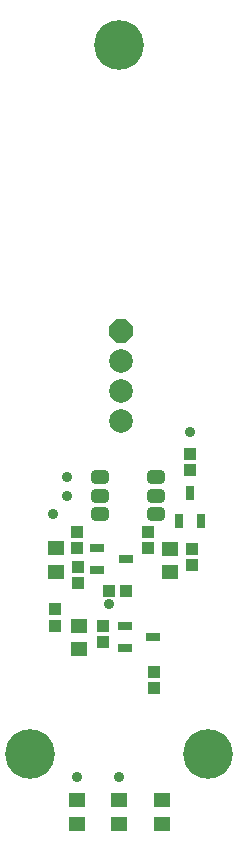
<source format=gts>
G04 Layer_Color=8388736*
%FSLAX44Y44*%
%MOMM*%
G71*
G01*
G75*
G04:AMPARAMS|DCode=24|XSize=1.5032mm|YSize=1.2032mm|CornerRadius=0.3516mm|HoleSize=0mm|Usage=FLASHONLY|Rotation=0.000|XOffset=0mm|YOffset=0mm|HoleType=Round|Shape=RoundedRectangle|*
%AMROUNDEDRECTD24*
21,1,1.5032,0.5000,0,0,0.0*
21,1,0.8000,1.2032,0,0,0.0*
1,1,0.7032,0.4000,-0.2500*
1,1,0.7032,-0.4000,-0.2500*
1,1,0.7032,-0.4000,0.2500*
1,1,0.7032,0.4000,0.2500*
%
%ADD24ROUNDEDRECTD24*%
%ADD25R,1.4532X1.2032*%
%ADD26R,1.0532X1.0532*%
%ADD27R,1.0532X1.0532*%
%ADD28R,1.3032X0.8032*%
%ADD29R,0.8032X1.3032*%
%ADD30P,2.1683X8X292.5*%
%ADD31C,2.0032*%
%ADD32C,4.2032*%
%ADD33C,0.9032*%
D24*
X84000Y309250D02*
D03*
Y293500D02*
D03*
Y277750D02*
D03*
X131000D02*
D03*
Y293500D02*
D03*
Y309250D02*
D03*
D25*
X136000Y36000D02*
D03*
Y16000D02*
D03*
X100000Y36000D02*
D03*
Y16000D02*
D03*
X64000Y36000D02*
D03*
Y16000D02*
D03*
X66000Y163500D02*
D03*
Y183500D02*
D03*
X142750Y228750D02*
D03*
Y248750D02*
D03*
X46250Y229000D02*
D03*
Y249000D02*
D03*
D26*
X129250Y130500D02*
D03*
Y144500D02*
D03*
X45750Y197500D02*
D03*
Y183500D02*
D03*
X160250Y329000D02*
D03*
Y315000D02*
D03*
X124500Y263250D02*
D03*
Y249250D02*
D03*
X64750Y263250D02*
D03*
Y249250D02*
D03*
X86000Y183500D02*
D03*
Y169500D02*
D03*
X161500Y248750D02*
D03*
Y234750D02*
D03*
X65000Y233500D02*
D03*
Y219500D02*
D03*
D27*
X91500Y213250D02*
D03*
X105500D02*
D03*
D28*
X105000Y183500D02*
D03*
Y164500D02*
D03*
X129000Y174000D02*
D03*
X81500Y249500D02*
D03*
Y230500D02*
D03*
X105500Y240000D02*
D03*
D29*
X150750Y272250D02*
D03*
X169750D02*
D03*
X160250Y296250D02*
D03*
D30*
X101250Y433150D02*
D03*
D31*
Y407750D02*
D03*
Y382350D02*
D03*
Y356950D02*
D03*
D32*
X25000Y75000D02*
D03*
X175000D02*
D03*
X100000Y675000D02*
D03*
D33*
X44250Y277750D02*
D03*
X56000Y309250D02*
D03*
Y293500D02*
D03*
X64000Y55750D02*
D03*
X91500Y201750D02*
D03*
X160250Y347250D02*
D03*
X100000Y55750D02*
D03*
M02*

</source>
